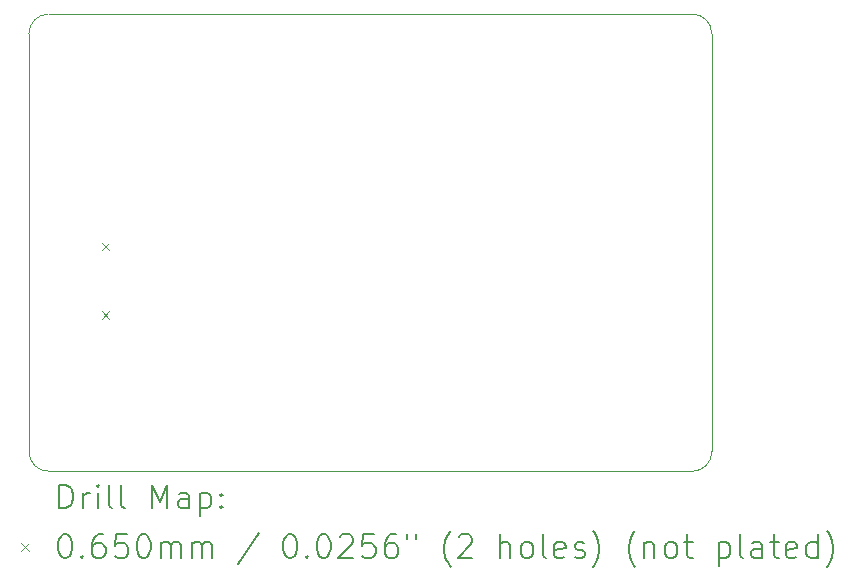
<source format=gbr>
%TF.GenerationSoftware,KiCad,Pcbnew,9.0.5*%
%TF.CreationDate,2025-10-24T16:35:53+02:00*%
%TF.ProjectId,Mini-EMS-ESP,4d696e69-2d45-44d5-932d-4553502e6b69,rev?*%
%TF.SameCoordinates,Original*%
%TF.FileFunction,Drillmap*%
%TF.FilePolarity,Positive*%
%FSLAX45Y45*%
G04 Gerber Fmt 4.5, Leading zero omitted, Abs format (unit mm)*
G04 Created by KiCad (PCBNEW 9.0.5) date 2025-10-24 16:35:53*
%MOMM*%
%LPD*%
G01*
G04 APERTURE LIST*
%ADD10C,0.050000*%
%ADD11C,0.200000*%
%ADD12C,0.100000*%
G04 APERTURE END LIST*
D10*
X7099538Y-8781730D02*
G75*
G02*
X7264617Y-8614007I165082J2620D01*
G01*
X7265433Y-8614009D02*
X12713569Y-8614030D01*
X7099521Y-12319629D02*
X7099538Y-8781730D01*
X7267238Y-12484708D02*
G75*
G02*
X7099521Y-12319629I-2618J165078D01*
G01*
X12716188Y-12485127D02*
X7267238Y-12484708D01*
X12713568Y-8614030D02*
G75*
G02*
X12881291Y-8779109I2622J-165080D01*
G01*
X12881288Y-8779981D02*
X12881267Y-12317406D01*
X12881267Y-12317406D02*
G75*
G02*
X12716188Y-12485128I-165078J-2624D01*
G01*
D11*
D12*
X7715100Y-10549700D02*
X7780100Y-10614700D01*
X7780100Y-10549700D02*
X7715100Y-10614700D01*
X7715100Y-11127700D02*
X7780100Y-11192700D01*
X7780100Y-11127700D02*
X7715100Y-11192700D01*
D11*
X7357794Y-12799112D02*
X7357794Y-12599112D01*
X7357794Y-12599112D02*
X7405413Y-12599112D01*
X7405413Y-12599112D02*
X7433985Y-12608636D01*
X7433985Y-12608636D02*
X7453032Y-12627683D01*
X7453032Y-12627683D02*
X7462556Y-12646731D01*
X7462556Y-12646731D02*
X7472080Y-12684826D01*
X7472080Y-12684826D02*
X7472080Y-12713398D01*
X7472080Y-12713398D02*
X7462556Y-12751493D01*
X7462556Y-12751493D02*
X7453032Y-12770541D01*
X7453032Y-12770541D02*
X7433985Y-12789588D01*
X7433985Y-12789588D02*
X7405413Y-12799112D01*
X7405413Y-12799112D02*
X7357794Y-12799112D01*
X7557794Y-12799112D02*
X7557794Y-12665779D01*
X7557794Y-12703874D02*
X7567318Y-12684826D01*
X7567318Y-12684826D02*
X7576842Y-12675302D01*
X7576842Y-12675302D02*
X7595889Y-12665779D01*
X7595889Y-12665779D02*
X7614937Y-12665779D01*
X7681604Y-12799112D02*
X7681604Y-12665779D01*
X7681604Y-12599112D02*
X7672080Y-12608636D01*
X7672080Y-12608636D02*
X7681604Y-12618160D01*
X7681604Y-12618160D02*
X7691127Y-12608636D01*
X7691127Y-12608636D02*
X7681604Y-12599112D01*
X7681604Y-12599112D02*
X7681604Y-12618160D01*
X7805413Y-12799112D02*
X7786365Y-12789588D01*
X7786365Y-12789588D02*
X7776842Y-12770541D01*
X7776842Y-12770541D02*
X7776842Y-12599112D01*
X7910175Y-12799112D02*
X7891127Y-12789588D01*
X7891127Y-12789588D02*
X7881604Y-12770541D01*
X7881604Y-12770541D02*
X7881604Y-12599112D01*
X8138746Y-12799112D02*
X8138746Y-12599112D01*
X8138746Y-12599112D02*
X8205413Y-12741969D01*
X8205413Y-12741969D02*
X8272080Y-12599112D01*
X8272080Y-12599112D02*
X8272080Y-12799112D01*
X8453032Y-12799112D02*
X8453032Y-12694350D01*
X8453032Y-12694350D02*
X8443508Y-12675302D01*
X8443508Y-12675302D02*
X8424461Y-12665779D01*
X8424461Y-12665779D02*
X8386365Y-12665779D01*
X8386365Y-12665779D02*
X8367318Y-12675302D01*
X8453032Y-12789588D02*
X8433985Y-12799112D01*
X8433985Y-12799112D02*
X8386365Y-12799112D01*
X8386365Y-12799112D02*
X8367318Y-12789588D01*
X8367318Y-12789588D02*
X8357794Y-12770541D01*
X8357794Y-12770541D02*
X8357794Y-12751493D01*
X8357794Y-12751493D02*
X8367318Y-12732445D01*
X8367318Y-12732445D02*
X8386365Y-12722922D01*
X8386365Y-12722922D02*
X8433985Y-12722922D01*
X8433985Y-12722922D02*
X8453032Y-12713398D01*
X8548270Y-12665779D02*
X8548270Y-12865779D01*
X8548270Y-12675302D02*
X8567318Y-12665779D01*
X8567318Y-12665779D02*
X8605413Y-12665779D01*
X8605413Y-12665779D02*
X8624461Y-12675302D01*
X8624461Y-12675302D02*
X8633985Y-12684826D01*
X8633985Y-12684826D02*
X8643508Y-12703874D01*
X8643508Y-12703874D02*
X8643508Y-12761017D01*
X8643508Y-12761017D02*
X8633985Y-12780064D01*
X8633985Y-12780064D02*
X8624461Y-12789588D01*
X8624461Y-12789588D02*
X8605413Y-12799112D01*
X8605413Y-12799112D02*
X8567318Y-12799112D01*
X8567318Y-12799112D02*
X8548270Y-12789588D01*
X8729223Y-12780064D02*
X8738747Y-12789588D01*
X8738747Y-12789588D02*
X8729223Y-12799112D01*
X8729223Y-12799112D02*
X8719699Y-12789588D01*
X8719699Y-12789588D02*
X8729223Y-12780064D01*
X8729223Y-12780064D02*
X8729223Y-12799112D01*
X8729223Y-12675302D02*
X8738747Y-12684826D01*
X8738747Y-12684826D02*
X8729223Y-12694350D01*
X8729223Y-12694350D02*
X8719699Y-12684826D01*
X8719699Y-12684826D02*
X8729223Y-12675302D01*
X8729223Y-12675302D02*
X8729223Y-12694350D01*
D12*
X7032017Y-13095128D02*
X7097017Y-13160128D01*
X7097017Y-13095128D02*
X7032017Y-13160128D01*
D11*
X7395889Y-13019112D02*
X7414937Y-13019112D01*
X7414937Y-13019112D02*
X7433985Y-13028636D01*
X7433985Y-13028636D02*
X7443508Y-13038160D01*
X7443508Y-13038160D02*
X7453032Y-13057207D01*
X7453032Y-13057207D02*
X7462556Y-13095302D01*
X7462556Y-13095302D02*
X7462556Y-13142922D01*
X7462556Y-13142922D02*
X7453032Y-13181017D01*
X7453032Y-13181017D02*
X7443508Y-13200064D01*
X7443508Y-13200064D02*
X7433985Y-13209588D01*
X7433985Y-13209588D02*
X7414937Y-13219112D01*
X7414937Y-13219112D02*
X7395889Y-13219112D01*
X7395889Y-13219112D02*
X7376842Y-13209588D01*
X7376842Y-13209588D02*
X7367318Y-13200064D01*
X7367318Y-13200064D02*
X7357794Y-13181017D01*
X7357794Y-13181017D02*
X7348270Y-13142922D01*
X7348270Y-13142922D02*
X7348270Y-13095302D01*
X7348270Y-13095302D02*
X7357794Y-13057207D01*
X7357794Y-13057207D02*
X7367318Y-13038160D01*
X7367318Y-13038160D02*
X7376842Y-13028636D01*
X7376842Y-13028636D02*
X7395889Y-13019112D01*
X7548270Y-13200064D02*
X7557794Y-13209588D01*
X7557794Y-13209588D02*
X7548270Y-13219112D01*
X7548270Y-13219112D02*
X7538746Y-13209588D01*
X7538746Y-13209588D02*
X7548270Y-13200064D01*
X7548270Y-13200064D02*
X7548270Y-13219112D01*
X7729223Y-13019112D02*
X7691127Y-13019112D01*
X7691127Y-13019112D02*
X7672080Y-13028636D01*
X7672080Y-13028636D02*
X7662556Y-13038160D01*
X7662556Y-13038160D02*
X7643508Y-13066731D01*
X7643508Y-13066731D02*
X7633985Y-13104826D01*
X7633985Y-13104826D02*
X7633985Y-13181017D01*
X7633985Y-13181017D02*
X7643508Y-13200064D01*
X7643508Y-13200064D02*
X7653032Y-13209588D01*
X7653032Y-13209588D02*
X7672080Y-13219112D01*
X7672080Y-13219112D02*
X7710175Y-13219112D01*
X7710175Y-13219112D02*
X7729223Y-13209588D01*
X7729223Y-13209588D02*
X7738746Y-13200064D01*
X7738746Y-13200064D02*
X7748270Y-13181017D01*
X7748270Y-13181017D02*
X7748270Y-13133398D01*
X7748270Y-13133398D02*
X7738746Y-13114350D01*
X7738746Y-13114350D02*
X7729223Y-13104826D01*
X7729223Y-13104826D02*
X7710175Y-13095302D01*
X7710175Y-13095302D02*
X7672080Y-13095302D01*
X7672080Y-13095302D02*
X7653032Y-13104826D01*
X7653032Y-13104826D02*
X7643508Y-13114350D01*
X7643508Y-13114350D02*
X7633985Y-13133398D01*
X7929223Y-13019112D02*
X7833985Y-13019112D01*
X7833985Y-13019112D02*
X7824461Y-13114350D01*
X7824461Y-13114350D02*
X7833985Y-13104826D01*
X7833985Y-13104826D02*
X7853032Y-13095302D01*
X7853032Y-13095302D02*
X7900651Y-13095302D01*
X7900651Y-13095302D02*
X7919699Y-13104826D01*
X7919699Y-13104826D02*
X7929223Y-13114350D01*
X7929223Y-13114350D02*
X7938746Y-13133398D01*
X7938746Y-13133398D02*
X7938746Y-13181017D01*
X7938746Y-13181017D02*
X7929223Y-13200064D01*
X7929223Y-13200064D02*
X7919699Y-13209588D01*
X7919699Y-13209588D02*
X7900651Y-13219112D01*
X7900651Y-13219112D02*
X7853032Y-13219112D01*
X7853032Y-13219112D02*
X7833985Y-13209588D01*
X7833985Y-13209588D02*
X7824461Y-13200064D01*
X8062556Y-13019112D02*
X8081604Y-13019112D01*
X8081604Y-13019112D02*
X8100651Y-13028636D01*
X8100651Y-13028636D02*
X8110175Y-13038160D01*
X8110175Y-13038160D02*
X8119699Y-13057207D01*
X8119699Y-13057207D02*
X8129223Y-13095302D01*
X8129223Y-13095302D02*
X8129223Y-13142922D01*
X8129223Y-13142922D02*
X8119699Y-13181017D01*
X8119699Y-13181017D02*
X8110175Y-13200064D01*
X8110175Y-13200064D02*
X8100651Y-13209588D01*
X8100651Y-13209588D02*
X8081604Y-13219112D01*
X8081604Y-13219112D02*
X8062556Y-13219112D01*
X8062556Y-13219112D02*
X8043508Y-13209588D01*
X8043508Y-13209588D02*
X8033985Y-13200064D01*
X8033985Y-13200064D02*
X8024461Y-13181017D01*
X8024461Y-13181017D02*
X8014937Y-13142922D01*
X8014937Y-13142922D02*
X8014937Y-13095302D01*
X8014937Y-13095302D02*
X8024461Y-13057207D01*
X8024461Y-13057207D02*
X8033985Y-13038160D01*
X8033985Y-13038160D02*
X8043508Y-13028636D01*
X8043508Y-13028636D02*
X8062556Y-13019112D01*
X8214937Y-13219112D02*
X8214937Y-13085779D01*
X8214937Y-13104826D02*
X8224461Y-13095302D01*
X8224461Y-13095302D02*
X8243508Y-13085779D01*
X8243508Y-13085779D02*
X8272080Y-13085779D01*
X8272080Y-13085779D02*
X8291127Y-13095302D01*
X8291127Y-13095302D02*
X8300651Y-13114350D01*
X8300651Y-13114350D02*
X8300651Y-13219112D01*
X8300651Y-13114350D02*
X8310175Y-13095302D01*
X8310175Y-13095302D02*
X8329223Y-13085779D01*
X8329223Y-13085779D02*
X8357794Y-13085779D01*
X8357794Y-13085779D02*
X8376842Y-13095302D01*
X8376842Y-13095302D02*
X8386366Y-13114350D01*
X8386366Y-13114350D02*
X8386366Y-13219112D01*
X8481604Y-13219112D02*
X8481604Y-13085779D01*
X8481604Y-13104826D02*
X8491128Y-13095302D01*
X8491128Y-13095302D02*
X8510175Y-13085779D01*
X8510175Y-13085779D02*
X8538747Y-13085779D01*
X8538747Y-13085779D02*
X8557794Y-13095302D01*
X8557794Y-13095302D02*
X8567318Y-13114350D01*
X8567318Y-13114350D02*
X8567318Y-13219112D01*
X8567318Y-13114350D02*
X8576842Y-13095302D01*
X8576842Y-13095302D02*
X8595889Y-13085779D01*
X8595889Y-13085779D02*
X8624461Y-13085779D01*
X8624461Y-13085779D02*
X8643509Y-13095302D01*
X8643509Y-13095302D02*
X8653032Y-13114350D01*
X8653032Y-13114350D02*
X8653032Y-13219112D01*
X9043509Y-13009588D02*
X8872080Y-13266731D01*
X9300651Y-13019112D02*
X9319699Y-13019112D01*
X9319699Y-13019112D02*
X9338747Y-13028636D01*
X9338747Y-13028636D02*
X9348271Y-13038160D01*
X9348271Y-13038160D02*
X9357794Y-13057207D01*
X9357794Y-13057207D02*
X9367318Y-13095302D01*
X9367318Y-13095302D02*
X9367318Y-13142922D01*
X9367318Y-13142922D02*
X9357794Y-13181017D01*
X9357794Y-13181017D02*
X9348271Y-13200064D01*
X9348271Y-13200064D02*
X9338747Y-13209588D01*
X9338747Y-13209588D02*
X9319699Y-13219112D01*
X9319699Y-13219112D02*
X9300651Y-13219112D01*
X9300651Y-13219112D02*
X9281604Y-13209588D01*
X9281604Y-13209588D02*
X9272080Y-13200064D01*
X9272080Y-13200064D02*
X9262556Y-13181017D01*
X9262556Y-13181017D02*
X9253032Y-13142922D01*
X9253032Y-13142922D02*
X9253032Y-13095302D01*
X9253032Y-13095302D02*
X9262556Y-13057207D01*
X9262556Y-13057207D02*
X9272080Y-13038160D01*
X9272080Y-13038160D02*
X9281604Y-13028636D01*
X9281604Y-13028636D02*
X9300651Y-13019112D01*
X9453032Y-13200064D02*
X9462556Y-13209588D01*
X9462556Y-13209588D02*
X9453032Y-13219112D01*
X9453032Y-13219112D02*
X9443509Y-13209588D01*
X9443509Y-13209588D02*
X9453032Y-13200064D01*
X9453032Y-13200064D02*
X9453032Y-13219112D01*
X9586366Y-13019112D02*
X9605413Y-13019112D01*
X9605413Y-13019112D02*
X9624461Y-13028636D01*
X9624461Y-13028636D02*
X9633985Y-13038160D01*
X9633985Y-13038160D02*
X9643509Y-13057207D01*
X9643509Y-13057207D02*
X9653032Y-13095302D01*
X9653032Y-13095302D02*
X9653032Y-13142922D01*
X9653032Y-13142922D02*
X9643509Y-13181017D01*
X9643509Y-13181017D02*
X9633985Y-13200064D01*
X9633985Y-13200064D02*
X9624461Y-13209588D01*
X9624461Y-13209588D02*
X9605413Y-13219112D01*
X9605413Y-13219112D02*
X9586366Y-13219112D01*
X9586366Y-13219112D02*
X9567318Y-13209588D01*
X9567318Y-13209588D02*
X9557794Y-13200064D01*
X9557794Y-13200064D02*
X9548271Y-13181017D01*
X9548271Y-13181017D02*
X9538747Y-13142922D01*
X9538747Y-13142922D02*
X9538747Y-13095302D01*
X9538747Y-13095302D02*
X9548271Y-13057207D01*
X9548271Y-13057207D02*
X9557794Y-13038160D01*
X9557794Y-13038160D02*
X9567318Y-13028636D01*
X9567318Y-13028636D02*
X9586366Y-13019112D01*
X9729223Y-13038160D02*
X9738747Y-13028636D01*
X9738747Y-13028636D02*
X9757794Y-13019112D01*
X9757794Y-13019112D02*
X9805413Y-13019112D01*
X9805413Y-13019112D02*
X9824461Y-13028636D01*
X9824461Y-13028636D02*
X9833985Y-13038160D01*
X9833985Y-13038160D02*
X9843509Y-13057207D01*
X9843509Y-13057207D02*
X9843509Y-13076255D01*
X9843509Y-13076255D02*
X9833985Y-13104826D01*
X9833985Y-13104826D02*
X9719699Y-13219112D01*
X9719699Y-13219112D02*
X9843509Y-13219112D01*
X10024461Y-13019112D02*
X9929223Y-13019112D01*
X9929223Y-13019112D02*
X9919699Y-13114350D01*
X9919699Y-13114350D02*
X9929223Y-13104826D01*
X9929223Y-13104826D02*
X9948271Y-13095302D01*
X9948271Y-13095302D02*
X9995890Y-13095302D01*
X9995890Y-13095302D02*
X10014937Y-13104826D01*
X10014937Y-13104826D02*
X10024461Y-13114350D01*
X10024461Y-13114350D02*
X10033985Y-13133398D01*
X10033985Y-13133398D02*
X10033985Y-13181017D01*
X10033985Y-13181017D02*
X10024461Y-13200064D01*
X10024461Y-13200064D02*
X10014937Y-13209588D01*
X10014937Y-13209588D02*
X9995890Y-13219112D01*
X9995890Y-13219112D02*
X9948271Y-13219112D01*
X9948271Y-13219112D02*
X9929223Y-13209588D01*
X9929223Y-13209588D02*
X9919699Y-13200064D01*
X10205413Y-13019112D02*
X10167318Y-13019112D01*
X10167318Y-13019112D02*
X10148271Y-13028636D01*
X10148271Y-13028636D02*
X10138747Y-13038160D01*
X10138747Y-13038160D02*
X10119699Y-13066731D01*
X10119699Y-13066731D02*
X10110175Y-13104826D01*
X10110175Y-13104826D02*
X10110175Y-13181017D01*
X10110175Y-13181017D02*
X10119699Y-13200064D01*
X10119699Y-13200064D02*
X10129223Y-13209588D01*
X10129223Y-13209588D02*
X10148271Y-13219112D01*
X10148271Y-13219112D02*
X10186366Y-13219112D01*
X10186366Y-13219112D02*
X10205413Y-13209588D01*
X10205413Y-13209588D02*
X10214937Y-13200064D01*
X10214937Y-13200064D02*
X10224461Y-13181017D01*
X10224461Y-13181017D02*
X10224461Y-13133398D01*
X10224461Y-13133398D02*
X10214937Y-13114350D01*
X10214937Y-13114350D02*
X10205413Y-13104826D01*
X10205413Y-13104826D02*
X10186366Y-13095302D01*
X10186366Y-13095302D02*
X10148271Y-13095302D01*
X10148271Y-13095302D02*
X10129223Y-13104826D01*
X10129223Y-13104826D02*
X10119699Y-13114350D01*
X10119699Y-13114350D02*
X10110175Y-13133398D01*
X10300652Y-13019112D02*
X10300652Y-13057207D01*
X10376842Y-13019112D02*
X10376842Y-13057207D01*
X10672080Y-13295302D02*
X10662556Y-13285779D01*
X10662556Y-13285779D02*
X10643509Y-13257207D01*
X10643509Y-13257207D02*
X10633985Y-13238160D01*
X10633985Y-13238160D02*
X10624461Y-13209588D01*
X10624461Y-13209588D02*
X10614937Y-13161969D01*
X10614937Y-13161969D02*
X10614937Y-13123874D01*
X10614937Y-13123874D02*
X10624461Y-13076255D01*
X10624461Y-13076255D02*
X10633985Y-13047683D01*
X10633985Y-13047683D02*
X10643509Y-13028636D01*
X10643509Y-13028636D02*
X10662556Y-13000064D01*
X10662556Y-13000064D02*
X10672080Y-12990541D01*
X10738747Y-13038160D02*
X10748271Y-13028636D01*
X10748271Y-13028636D02*
X10767318Y-13019112D01*
X10767318Y-13019112D02*
X10814937Y-13019112D01*
X10814937Y-13019112D02*
X10833985Y-13028636D01*
X10833985Y-13028636D02*
X10843509Y-13038160D01*
X10843509Y-13038160D02*
X10853033Y-13057207D01*
X10853033Y-13057207D02*
X10853033Y-13076255D01*
X10853033Y-13076255D02*
X10843509Y-13104826D01*
X10843509Y-13104826D02*
X10729223Y-13219112D01*
X10729223Y-13219112D02*
X10853033Y-13219112D01*
X11091128Y-13219112D02*
X11091128Y-13019112D01*
X11176842Y-13219112D02*
X11176842Y-13114350D01*
X11176842Y-13114350D02*
X11167318Y-13095302D01*
X11167318Y-13095302D02*
X11148271Y-13085779D01*
X11148271Y-13085779D02*
X11119699Y-13085779D01*
X11119699Y-13085779D02*
X11100652Y-13095302D01*
X11100652Y-13095302D02*
X11091128Y-13104826D01*
X11300652Y-13219112D02*
X11281604Y-13209588D01*
X11281604Y-13209588D02*
X11272080Y-13200064D01*
X11272080Y-13200064D02*
X11262556Y-13181017D01*
X11262556Y-13181017D02*
X11262556Y-13123874D01*
X11262556Y-13123874D02*
X11272080Y-13104826D01*
X11272080Y-13104826D02*
X11281604Y-13095302D01*
X11281604Y-13095302D02*
X11300652Y-13085779D01*
X11300652Y-13085779D02*
X11329223Y-13085779D01*
X11329223Y-13085779D02*
X11348271Y-13095302D01*
X11348271Y-13095302D02*
X11357794Y-13104826D01*
X11357794Y-13104826D02*
X11367318Y-13123874D01*
X11367318Y-13123874D02*
X11367318Y-13181017D01*
X11367318Y-13181017D02*
X11357794Y-13200064D01*
X11357794Y-13200064D02*
X11348271Y-13209588D01*
X11348271Y-13209588D02*
X11329223Y-13219112D01*
X11329223Y-13219112D02*
X11300652Y-13219112D01*
X11481604Y-13219112D02*
X11462556Y-13209588D01*
X11462556Y-13209588D02*
X11453033Y-13190541D01*
X11453033Y-13190541D02*
X11453033Y-13019112D01*
X11633985Y-13209588D02*
X11614937Y-13219112D01*
X11614937Y-13219112D02*
X11576842Y-13219112D01*
X11576842Y-13219112D02*
X11557794Y-13209588D01*
X11557794Y-13209588D02*
X11548271Y-13190541D01*
X11548271Y-13190541D02*
X11548271Y-13114350D01*
X11548271Y-13114350D02*
X11557794Y-13095302D01*
X11557794Y-13095302D02*
X11576842Y-13085779D01*
X11576842Y-13085779D02*
X11614937Y-13085779D01*
X11614937Y-13085779D02*
X11633985Y-13095302D01*
X11633985Y-13095302D02*
X11643509Y-13114350D01*
X11643509Y-13114350D02*
X11643509Y-13133398D01*
X11643509Y-13133398D02*
X11548271Y-13152445D01*
X11719699Y-13209588D02*
X11738747Y-13219112D01*
X11738747Y-13219112D02*
X11776842Y-13219112D01*
X11776842Y-13219112D02*
X11795890Y-13209588D01*
X11795890Y-13209588D02*
X11805414Y-13190541D01*
X11805414Y-13190541D02*
X11805414Y-13181017D01*
X11805414Y-13181017D02*
X11795890Y-13161969D01*
X11795890Y-13161969D02*
X11776842Y-13152445D01*
X11776842Y-13152445D02*
X11748271Y-13152445D01*
X11748271Y-13152445D02*
X11729223Y-13142922D01*
X11729223Y-13142922D02*
X11719699Y-13123874D01*
X11719699Y-13123874D02*
X11719699Y-13114350D01*
X11719699Y-13114350D02*
X11729223Y-13095302D01*
X11729223Y-13095302D02*
X11748271Y-13085779D01*
X11748271Y-13085779D02*
X11776842Y-13085779D01*
X11776842Y-13085779D02*
X11795890Y-13095302D01*
X11872080Y-13295302D02*
X11881604Y-13285779D01*
X11881604Y-13285779D02*
X11900652Y-13257207D01*
X11900652Y-13257207D02*
X11910175Y-13238160D01*
X11910175Y-13238160D02*
X11919699Y-13209588D01*
X11919699Y-13209588D02*
X11929223Y-13161969D01*
X11929223Y-13161969D02*
X11929223Y-13123874D01*
X11929223Y-13123874D02*
X11919699Y-13076255D01*
X11919699Y-13076255D02*
X11910175Y-13047683D01*
X11910175Y-13047683D02*
X11900652Y-13028636D01*
X11900652Y-13028636D02*
X11881604Y-13000064D01*
X11881604Y-13000064D02*
X11872080Y-12990541D01*
X12233985Y-13295302D02*
X12224461Y-13285779D01*
X12224461Y-13285779D02*
X12205414Y-13257207D01*
X12205414Y-13257207D02*
X12195890Y-13238160D01*
X12195890Y-13238160D02*
X12186366Y-13209588D01*
X12186366Y-13209588D02*
X12176842Y-13161969D01*
X12176842Y-13161969D02*
X12176842Y-13123874D01*
X12176842Y-13123874D02*
X12186366Y-13076255D01*
X12186366Y-13076255D02*
X12195890Y-13047683D01*
X12195890Y-13047683D02*
X12205414Y-13028636D01*
X12205414Y-13028636D02*
X12224461Y-13000064D01*
X12224461Y-13000064D02*
X12233985Y-12990541D01*
X12310175Y-13085779D02*
X12310175Y-13219112D01*
X12310175Y-13104826D02*
X12319699Y-13095302D01*
X12319699Y-13095302D02*
X12338747Y-13085779D01*
X12338747Y-13085779D02*
X12367318Y-13085779D01*
X12367318Y-13085779D02*
X12386366Y-13095302D01*
X12386366Y-13095302D02*
X12395890Y-13114350D01*
X12395890Y-13114350D02*
X12395890Y-13219112D01*
X12519699Y-13219112D02*
X12500652Y-13209588D01*
X12500652Y-13209588D02*
X12491128Y-13200064D01*
X12491128Y-13200064D02*
X12481604Y-13181017D01*
X12481604Y-13181017D02*
X12481604Y-13123874D01*
X12481604Y-13123874D02*
X12491128Y-13104826D01*
X12491128Y-13104826D02*
X12500652Y-13095302D01*
X12500652Y-13095302D02*
X12519699Y-13085779D01*
X12519699Y-13085779D02*
X12548271Y-13085779D01*
X12548271Y-13085779D02*
X12567318Y-13095302D01*
X12567318Y-13095302D02*
X12576842Y-13104826D01*
X12576842Y-13104826D02*
X12586366Y-13123874D01*
X12586366Y-13123874D02*
X12586366Y-13181017D01*
X12586366Y-13181017D02*
X12576842Y-13200064D01*
X12576842Y-13200064D02*
X12567318Y-13209588D01*
X12567318Y-13209588D02*
X12548271Y-13219112D01*
X12548271Y-13219112D02*
X12519699Y-13219112D01*
X12643509Y-13085779D02*
X12719699Y-13085779D01*
X12672080Y-13019112D02*
X12672080Y-13190541D01*
X12672080Y-13190541D02*
X12681604Y-13209588D01*
X12681604Y-13209588D02*
X12700652Y-13219112D01*
X12700652Y-13219112D02*
X12719699Y-13219112D01*
X12938747Y-13085779D02*
X12938747Y-13285779D01*
X12938747Y-13095302D02*
X12957795Y-13085779D01*
X12957795Y-13085779D02*
X12995890Y-13085779D01*
X12995890Y-13085779D02*
X13014937Y-13095302D01*
X13014937Y-13095302D02*
X13024461Y-13104826D01*
X13024461Y-13104826D02*
X13033985Y-13123874D01*
X13033985Y-13123874D02*
X13033985Y-13181017D01*
X13033985Y-13181017D02*
X13024461Y-13200064D01*
X13024461Y-13200064D02*
X13014937Y-13209588D01*
X13014937Y-13209588D02*
X12995890Y-13219112D01*
X12995890Y-13219112D02*
X12957795Y-13219112D01*
X12957795Y-13219112D02*
X12938747Y-13209588D01*
X13148271Y-13219112D02*
X13129223Y-13209588D01*
X13129223Y-13209588D02*
X13119699Y-13190541D01*
X13119699Y-13190541D02*
X13119699Y-13019112D01*
X13310176Y-13219112D02*
X13310176Y-13114350D01*
X13310176Y-13114350D02*
X13300652Y-13095302D01*
X13300652Y-13095302D02*
X13281604Y-13085779D01*
X13281604Y-13085779D02*
X13243509Y-13085779D01*
X13243509Y-13085779D02*
X13224461Y-13095302D01*
X13310176Y-13209588D02*
X13291128Y-13219112D01*
X13291128Y-13219112D02*
X13243509Y-13219112D01*
X13243509Y-13219112D02*
X13224461Y-13209588D01*
X13224461Y-13209588D02*
X13214937Y-13190541D01*
X13214937Y-13190541D02*
X13214937Y-13171493D01*
X13214937Y-13171493D02*
X13224461Y-13152445D01*
X13224461Y-13152445D02*
X13243509Y-13142922D01*
X13243509Y-13142922D02*
X13291128Y-13142922D01*
X13291128Y-13142922D02*
X13310176Y-13133398D01*
X13376842Y-13085779D02*
X13453033Y-13085779D01*
X13405414Y-13019112D02*
X13405414Y-13190541D01*
X13405414Y-13190541D02*
X13414937Y-13209588D01*
X13414937Y-13209588D02*
X13433985Y-13219112D01*
X13433985Y-13219112D02*
X13453033Y-13219112D01*
X13595890Y-13209588D02*
X13576842Y-13219112D01*
X13576842Y-13219112D02*
X13538747Y-13219112D01*
X13538747Y-13219112D02*
X13519699Y-13209588D01*
X13519699Y-13209588D02*
X13510176Y-13190541D01*
X13510176Y-13190541D02*
X13510176Y-13114350D01*
X13510176Y-13114350D02*
X13519699Y-13095302D01*
X13519699Y-13095302D02*
X13538747Y-13085779D01*
X13538747Y-13085779D02*
X13576842Y-13085779D01*
X13576842Y-13085779D02*
X13595890Y-13095302D01*
X13595890Y-13095302D02*
X13605414Y-13114350D01*
X13605414Y-13114350D02*
X13605414Y-13133398D01*
X13605414Y-13133398D02*
X13510176Y-13152445D01*
X13776842Y-13219112D02*
X13776842Y-13019112D01*
X13776842Y-13209588D02*
X13757795Y-13219112D01*
X13757795Y-13219112D02*
X13719699Y-13219112D01*
X13719699Y-13219112D02*
X13700652Y-13209588D01*
X13700652Y-13209588D02*
X13691128Y-13200064D01*
X13691128Y-13200064D02*
X13681604Y-13181017D01*
X13681604Y-13181017D02*
X13681604Y-13123874D01*
X13681604Y-13123874D02*
X13691128Y-13104826D01*
X13691128Y-13104826D02*
X13700652Y-13095302D01*
X13700652Y-13095302D02*
X13719699Y-13085779D01*
X13719699Y-13085779D02*
X13757795Y-13085779D01*
X13757795Y-13085779D02*
X13776842Y-13095302D01*
X13853033Y-13295302D02*
X13862557Y-13285779D01*
X13862557Y-13285779D02*
X13881604Y-13257207D01*
X13881604Y-13257207D02*
X13891128Y-13238160D01*
X13891128Y-13238160D02*
X13900652Y-13209588D01*
X13900652Y-13209588D02*
X13910176Y-13161969D01*
X13910176Y-13161969D02*
X13910176Y-13123874D01*
X13910176Y-13123874D02*
X13900652Y-13076255D01*
X13900652Y-13076255D02*
X13891128Y-13047683D01*
X13891128Y-13047683D02*
X13881604Y-13028636D01*
X13881604Y-13028636D02*
X13862557Y-13000064D01*
X13862557Y-13000064D02*
X13853033Y-12990541D01*
M02*

</source>
